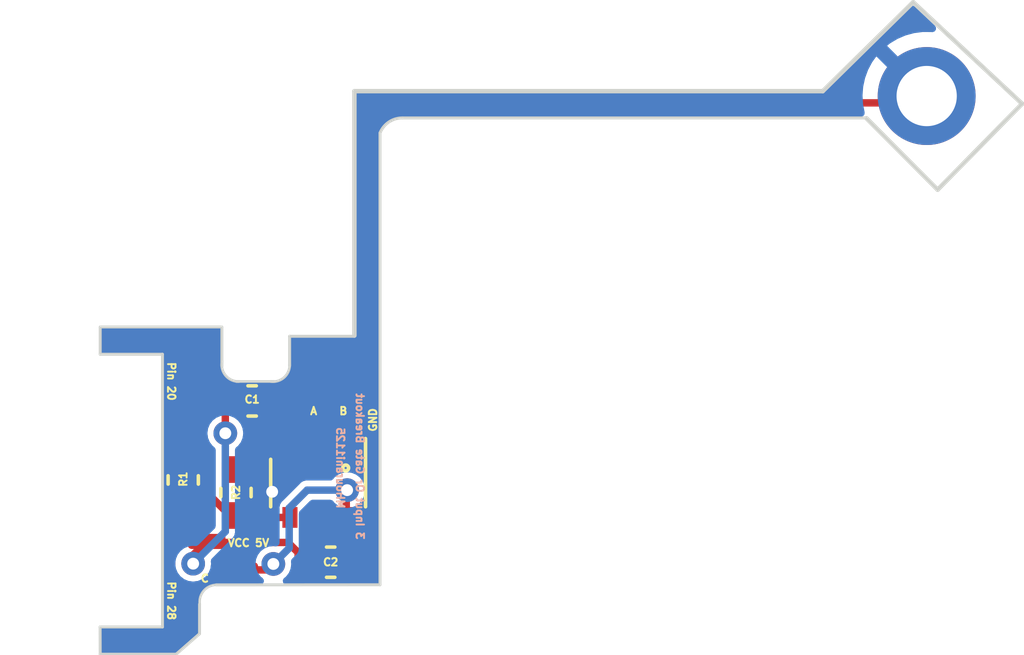
<source format=kicad_pcb>
(kicad_pcb (version 20211014) (generator pcbnew)
  (layers (0 "F.Cu" signal) (31 "B.Cu" signal) (34 "B.Paste" user) (35 "F.Paste" user) (36 "B.SilkS" user "B.Silkscreen") (37 "F.SilkS" user "F.Silkscreen") (38 "B.Mask" user) (39 "F.Mask" user) (44 "Edge.Cuts" user))
  (net 0 "")
  (net 1 "GND")
  (net 2 "CE")
  (net 3 "A")
  (net 4 "B")
  (net 5 "VCC5V")
  (net 6 "C")
  (footprint "" (layer "F.Cu") (at 143.5 91.865 180)
    (fp_text reference "" (at 0 0) (layer "F.SilkS") (effects (font (size 1.27 1.27))))
    (fp_text value "" (at 0 0) (layer "F.SilkS") (effects (font (size 1.27 1.27))))
    (pad "1" smd roundrect (at 0 0 180) (size 2.286 0.508) (layers "F.Cu" "F.Paste" "F.Mask") (net 5 "VCC5V"))
  )
  (footprint "" (layer "F.Cu") (at 151.1 93.015 90)
    (fp_text reference "" (at 0 0 90) (layer "F.SilkS") (effects (font (size 1.27 1.27))))
    (fp_text value "" (at 0 0 90) (layer "F.SilkS") (effects (font (size 1.27 1.27))))
    (pad "9" smd roundrect (at 0 0 270) (size 1.778 0.508) (layers "F.Cu" "F.Paste" "F.Mask") (net 1 "GND"))
  )
  (footprint "Capacitor_SMD:C_0603_1608Metric" (layer "F.Cu") (at 149.975 99.315)
    (fp_text reference "C2" (at 0 0) (layer "F.SilkS") (effects (font (size 0.254 0.254) (thickness 0.0635))))
    (fp_text value "0.1uf")
    (fp_line (start -0.14058 -0.51) (end 0.14058 -0.51) (layer "F.SilkS") (width 0.12))
    (fp_line (start -0.14058 0.51) (end 0.14058 0.51) (layer "F.SilkS") (width 0.12))
    (pad "7" smd roundrect (at 0.775 0) (size 0.9 0.95) (layers "F.Cu" "F.Paste" "F.Mask") (net 1 "GND"))
    (pad "8" smd roundrect (at -0.775 0) (size 0.9 0.95) (layers "F.Cu" "F.Paste" "F.Mask") (net 5 "VCC5V"))
  )
  (footprint "Capacitor_SMD:C_0603_1608Metric" (layer "F.Cu") (at 145 96.54 90)
    (fp_text reference "R1" (at 0.025 0 90) (layer "F.SilkS") (effects (font (size 0.254 0.254) (thickness 0.0635))))
    (fp_text value " ")
    (fp_line (start -0.14058 0.51) (end 0.14058 0.51) (layer "F.SilkS") (width 0.12))
    (fp_line (start -0.14058 -0.51) (end 0.14058 -0.51) (layer "F.SilkS") (width 0.12))
    (pad "2" smd roundrect (at 0.775 0 90) (size 0.9 0.95) (layers "F.Cu" "F.Paste" "F.Mask") (net 5 "VCC5V"))
    (pad "3" smd roundrect (at -0.775 0 90) (size 0.9 0.95) (layers "F.Cu" "F.Paste" "F.Mask") (net 2 "CE"))
  )
  (footprint "Capacitor_SMD:C_0603_1608Metric" (layer "F.Cu") (at 147.325 93.875)
    (fp_text reference "C1" (at 0 -0.05) (layer "F.SilkS") (effects (font (size 0.254 0.254) (thickness 0.0635))))
    (fp_text value "0.01uf (maybe 100uf)")
    (fp_line (start -0.14058 -0.51) (end 0.14058 -0.51) (layer "F.SilkS") (width 0.12))
    (fp_line (start -0.14058 0.51) (end 0.14058 0.51) (layer "F.SilkS") (width 0.12))
    (pad "5" smd roundrect (at -0.775 0) (size 0.9 0.95) (layers "F.Cu" "F.Paste" "F.Mask") (net 5 "VCC5V"))
    (pad "6" smd roundrect (at 0.775 0) (size 0.9 0.95) (layers "F.Cu" "F.Paste" "F.Mask") (net 1 "GND"))
  )
  (footprint "" (layer "F.Cu") (at 146.89 99.575)
    (fp_text reference "" (at 0 0) (layer "F.SilkS") (effects (font (size 1.27 1.27))))
    (fp_text value "" (at 0 0) (layer "F.SilkS") (effects (font (size 1.27 1.27))))
    (pad "B" smd roundrect (at 0 0 180) (size 1.27 0.508) (layers "F.Cu" "F.Paste" "F.Mask") (net 6 "C"))
  )
  (footprint "Package_SO:TSOP-6_1.65x3.05mm_P0.95mm" (layer "F.Cu") (at 149.55 96.645 -90)
    (fp_text reference "U5" hide)
    (fp_text value "74LVC1G332GW,125")
    (fp_line (start -0.8 1.6) (end 0.8 1.6) (layer "F.SilkS") (width 0.12))
    (fp_line (start 0.8 -1.6) (end -1.5 -1.6) (layer "F.SilkS") (width 0.12))
    (fp_circle (center -0.508488 -0.93) (end -0.418488 -0.89) (layer "F.SilkS") (width 0.12) (fill none))
    (pad "1" smd rect (at -1.16 -0.95 270) (size 0.7 0.51) (layers "F.Cu" "F.Paste" "F.Mask") (net 4 "B"))
    (pad "2" smd rect (at -1.16 0 270) (size 0.7 0.51) (layers "F.Cu" "F.Paste" "F.Mask") (net 1 "GND"))
    (pad "3" smd rect (at -1.16 0.95 270) (size 0.7 0.51) (layers "F.Cu" "F.Paste" "F.Mask") (net 3 "A"))
    (pad "4" smd rect (at 1.16 0.95 270) (size 0.7 0.51) (layers "F.Cu" "F.Paste" "F.Mask") (net 2 "CE"))
    (pad "5" smd rect (at 1.175 0 270) (size 0.7 0.51) (layers "F.Cu" "F.Paste" "F.Mask") (net 5 "VCC5V"))
    (pad "6" smd rect (at 1.16 -0.95 270) (size 0.7 0.51) (layers "F.Cu" "F.Paste" "F.Mask") (net 6 "C"))
  )
  (footprint "Capacitor_SMD:C_0603_1608Metric" (layer "F.Cu") (at 146.78 96.965 -90)
    (fp_text reference "R2" (at 0 0 -90) (layer "F.SilkS") (effects (font (size 0.254 0.254) (thickness 0.0635))))
    (fp_text value "0.01uf")
    (fp_line (start -0.14058 -0.51) (end 0.14058 -0.51) (layer "F.SilkS") (width 0.12))
    (fp_line (start -0.14058 0.51) (end 0.14058 0.51) (layer "F.SilkS") (width 0.12))
    (pad "5" smd roundrect (at -0.775 0 270) (size 0.9 0.95) (layers "F.Cu" "F.Paste" "F.Mask") (net 1 "GND"))
    (pad "6" smd roundrect (at 0.775 0 270) (size 0.9 0.95) (layers "F.Cu" "F.Paste" "F.Mask") (net 2 "CE"))
  )
  (footprint "" (layer "F.Cu") (at 150.1 93.015 90)
    (fp_text reference "" (at 0 0 90) (layer "F.SilkS") (effects (font (size 1.27 1.27))))
    (fp_text value "" (at 0 0 90) (layer "F.SilkS") (effects (font (size 1.27 1.27))))
    (pad "10" smd roundrect (at 0 0 270) (size 1.778 0.508) (layers "F.Cu" "F.Paste" "F.Mask") (net 4 "B"))
  )
  (footprint "" (layer "F.Cu") (at 170.08 83.59)
    (fp_text reference "" (at 0 0) (layer "F.SilkS") (effects (font (size 1.27 1.27))))
    (fp_text value "" (at 0 0) (layer "F.SilkS") (effects (font (size 1.27 1.27))))
    (pad "9" thru_hole circle (at 0 0 270) (size 3.302 3.302) (drill 2.032) (layers *.Cu *.Mask) (net 1 "GND"))
  )
  (footprint "" (layer "F.Cu") (at 143.5 102.015)
    (fp_text reference "" (at 0 0) (layer "F.SilkS") (effects (font (size 1.27 1.27))))
    (fp_text value "" (at 0 0) (layer "F.SilkS") (effects (font (size 1.27 1.27))))
    (pad "4" smd roundrect (at 0 0) (size 2.286 0.508) (layers "F.Cu" "F.Paste" "F.Mask") (net 2 "CE"))
  )
  (footprint "" (layer "F.Cu") (at 149.1 93.015 -90)
    (fp_text reference "" (at 0 0 90) (layer "F.SilkS") (effects (font (size 1.27 1.27))))
    (fp_text value "" (at 0 0 90) (layer "F.SilkS") (effects (font (size 1.27 1.27))))
    (pad "11" smd roundrect (at 0 0 90) (size 1.778 0.508) (layers "F.Cu" "F.Paste" "F.Mask") (net 3 "A"))
  )
  (footprint "" (layer "F.Cu") (at 145.79 98.615 -90)
    (fp_text reference "" (at 0 0 90) (layer "F.SilkS") (effects (font (size 1.27 1.27))))
    (fp_text value "" (at 0 0 90) (layer "F.SilkS") (effects (font (size 1.27 1.27))))
    (pad "B" smd roundrect (at 0 0 180) (size 1.27 0.508) (layers "F.Cu" "F.Paste" "F.Mask") (net 5 "VCC5V"))
  )
  (gr_line (start 144.76 102.42) (end 142.2 102.42) (layer "Edge.Cuts") (width 0.1))
  (gr_line (start 144.76 102.42) (end 145.55 101.73) (layer "Edge.Cuts") (width 0.1))
  (gr_line (start 148.59 92.69) (end 148.59 91.694) (layer "Edge.Cuts") (width 0.1))
  (gr_line (start 168.03 84.328) (end 152.4 84.328) (layer "Edge.Cuts") (width 0.1))
  (gr_arc (start 145.56 100.74) (mid 145.684497 100.28762) (end 146.11 100.08) (layer "Edge.Cuts") (width 0.08382))
  (gr_line (start 151.638 84.836) (end 151.638 100.076) (layer "Edge.Cuts") (width 0.1))
  (gr_line (start 169.625 80.425) (end 173.3 83.85) (layer "Edge.Cuts") (width 0.15))
  (gr_line (start 173.3 83.85) (end 170.45 86.75) (layer "Edge.Cuts") (width 0.15))
  (gr_line (start 146.79 93.218) (end 148.06 93.218) (layer "Edge.Cuts") (width 0.0889))
  (gr_line (start 146.304 91.39) (end 146.304 92.7) (layer "Edge.Cuts") (width 0.1))
  (gr_line (start 166.575 83.425) (end 169.625 80.425) (layer "Edge.Cuts") (width 0.15))
  (gr_line (start 151.638 100.076) (end 146.11 100.08) (layer "Edge.Cuts") (width 0.1))
  (gr_line (start 142.2 91.38) (end 146.3 91.38) (layer "Edge.Cuts") (width 0.1))
  (gr_line (start 145.55 100.73) (end 145.55 101.73) (layer "Edge.Cuts") (width 0.1))
  (gr_line (start 150.775 83.425) (end 166.575 83.425) (layer "Edge.Cuts") (width 0.15))
  (gr_line (start 144.3 101.5) (end 144.3 92.3) (layer "Edge.Cuts") (width 0.1))
  (gr_line (start 144.3 92.3) (end 142.2 92.3) (layer "Edge.Cuts") (width 0.1))
  (gr_line (start 142.197 101.5) (end 144.3 101.5) (layer "Edge.Cuts") (width 0.1))
  (gr_line (start 148.59 91.694) (end 150.775 91.694) (layer "Edge.Cuts") (width 0.1))
  (gr_line (start 170.45 86.75) (end 168.05 84.34) (layer "Edge.Cuts") (width 0.15))
  (gr_line (start 142.2 102.42) (end 142.197 101.5) (layer "Edge.Cuts") (width 0.1))
  (gr_line (start 142.2 92.3) (end 142.2 91.4) (layer "Edge.Cuts") (width 0.1))
  (gr_arc (start 148.592006 92.65) (mid 148.406336 93.079511) (end 147.96 93.22) (layer "Edge.Cuts") (width 0.0889))
  (gr_line (start 150.775 91.67) (end 150.775 83.425) (layer "Edge.Cuts") (width 0.15))
  (gr_arc (start 146.88 93.22) (mid 146.430454 93.017928) (end 146.31 92.54) (layer "Edge.Cuts") (width 0.0889))
  (gr_arc (start 151.638 84.836) (mid 151.940524 84.464286) (end 152.4 84.328) (layer "Edge.Cuts") (width 0.1))
  (gr_text "MHourani1125" (at 150.3 96.135 270) (layer "B.SilkS") (effects (font (size 0.254 0.254) (thickness 0.0635)) (justify mirror)))
  (gr_text "3 Input Or Gate Breakout\n" (at 150.96 96.085 -90) (layer "B.SilkS") (effects (font (size 0.254 0.254) (thickness 0.0635)) (justify mirror)))
  (gr_text "Pin 28\n" (at 144.6 100.615 -90) (layer "F.SilkS") (effects (font (size 0.254 0.254) (thickness 0.0635))))
  (gr_text "Pin 20" (at 144.6 93.215 -90) (layer "F.SilkS") (effects (font (size 0.254 0.254) (thickness 0.0635))))
  (gr_text "B" (at 150.4 94.215) (layer "F.SilkS") (effects (font (size 0.254 0.254) (thickness 0.0635))))
  (gr_text "VCC 5V" (at 147.2 98.665) (layer "F.SilkS") (effects (font (size 0.254 0.254) (thickness 0.0635))))
  (gr_text "C" (at 145.73 99.865) (layer "F.SilkS") (effects (font (size 0.254 0.254) (thickness 0.0635))))
  (gr_text "A" (at 149.4 94.215) (layer "F.SilkS") (effects (font (size 0.254 0.254) (thickness 0.0635))))
  (gr_text "GND" (at 151.4 94.515 90) (layer "F.SilkS") (effects (font (size 0.254 0.254) (thickness 0.0635))))
  (segment (start 148.019502 96.94) (end 148.799502 96.16) (width 0.25) (layer "F.Cu") (net 1))
  (segment (start 151.8 83.82) (end 169.85 83.82) (width 0.25) (layer "F.Cu") (net 1))
  (segment (start 146.6 96.215) (end 147.28 95.535) (width 0.25) (layer "F.Cu") (net 1))
  (segment (start 169.85 83.82) (end 170.08 83.59) (width 0.25) (layer "F.Cu") (net 1))
  (segment (start 151.2 92.9) (end 151.2 84.42) (width 0.25) (layer "F.Cu") (net 1))
  (segment (start 148 96.94) (end 148.019502 96.94) (width 0.25) (layer "F.Cu") (net 1))
  (segment (start 147.56 95.575) (end 147.56 94.48) (width 0.25) (layer "F.Cu") (net 1))
  (segment (start 147.56 96.32) (end 147.56 95.575) (width 0.25) (layer "F.Cu") (net 1))
  (segment (start 151.26 98.805) (end 150.75 99.315) (width 0.25) (layer "F.Cu") (net 1))
  (segment (start 151.1 96.14) (end 151.26 96.3) (width 0.25) (layer "F.Cu") (net 1))
  (segment (start 151.2 84.42) (end 151.8 83.82) (width 0.25) (layer "F.Cu") (net 1))
  (segment (start 148 96.94) (end 148.775 96.165) (width 0.25) (layer "F.Cu") (net 1))
  (segment (start 151.1 96.14) (end 151.1 93.015) (width 0.25) (layer "F.Cu") (net 1))
  (segment (start 147.28 95.535) (end 147.58 95.535) (width 0.25) (layer "F.Cu") (net 1))
  (segment (start 149.175 96.165) (end 149.55 95.79) (width 0.25) (layer "F.Cu") (net 1))
  (segment (start 148.775 96.165) (end 149.175 96.165) (width 0.25) (layer "F.Cu") (net 1))
  (segment (start 148 96.94) (end 148 96.76) (width 0.25) (layer "F.Cu") (net 1))
  (segment (start 151.08 96.16) (end 151.1 96.14) (width 0.25) (layer "F.Cu") (net 1))
  (segment (start 148.799502 96.16) (end 151.08 96.16) (width 0.25) (layer "F.Cu") (net 1))
  (segment (start 148 96.76) (end 147.56 96.32) (width 0.25) (layer "F.Cu") (net 1))
  (segment (start 147.56 94.48) (end 147.775 94.265) (width 0.25) (layer "F.Cu") (net 1))
  (segment (start 151.26 96.3) (end 151.26 98.805) (width 0.25) (layer "F.Cu") (net 1))
  (segment (start 149.55 95.79) (end 149.55 95.485) (width 0.25) (layer "F.Cu") (net 1))
  (via (at 148 96.94) (size 0.8) (drill 0.4) (layers "F.Cu" "B.Cu") (net 1))
  (segment (start 143.5 102.015) (end 144.5 102.015) (width 0.25) (layer "F.Cu") (net 2))
  (segment (start 144.6105 100.1155) (end 144.6105 97.7045) (width 0.25) (layer "F.Cu") (net 2))
  (segment (start 145 101.515) (end 145 100.505) (width 0.25) (layer "F.Cu") (net 2))
  (segment (start 145.31 97.005) (end 145.84 97.005) (width 0.25) (layer "F.Cu") (net 2))
  (segment (start 144.6105 97.7045) (end 145 97.315) (width 0.25) (layer "F.Cu") (net 2))
  (segment (start 145.84 97.005) (end 146.64 97.805) (width 0.25) (layer "F.Cu") (net 2))
  (segment (start 145 100.505) (end 144.6105 100.1155) (width 0.25) (layer "F.Cu") (net 2))
  (segment (start 144.5 102.015) (end 145 101.515) (width 0.25) (layer "F.Cu") (net 2))
  (segment (start 145 97.315) (end 145.31 97.005) (width 0.25) (layer "F.Cu") (net 2))
  (segment (start 146.64 97.805) (end 148.6 97.805) (width 0.25) (layer "F.Cu") (net 2))
  (segment (start 148.6 95.31) (end 149.1 94.81) (width 0.25) (layer "F.Cu") (net 3))
  (segment (start 148.6 95.485) (end 148.6 95.31) (width 0.25) (layer "F.Cu") (net 3))
  (segment (start 149.1 94.81) (end 149.1 93.015) (width 0.25) (layer "F.Cu") (net 3))
  (segment (start 150.5 95.215) (end 150.5 95.485) (width 0.25) (layer "F.Cu") (net 4))
  (segment (start 150.1 94.815) (end 150.5 95.215) (width 0.25) (layer "F.Cu") (net 4))
  (segment (start 150.1 93.015) (end 150.1 94.815) (width 0.25) (layer "F.Cu") (net 4))
  (segment (start 143.5 91.865) (end 144.99 91.865) (width 0.25) (layer "F.Cu") (net 5))
  (segment (start 145.825 98.65) (end 148.535 98.65) (width 0.25) (layer "F.Cu") (net 5))
  (segment (start 149.2 99.315) (end 149.56 98.955) (width 0.25) (layer "F.Cu") (net 5))
  (segment (start 145.51 93.875) (end 146.55 93.875) (width 0.25) (layer "F.Cu") (net 5))
  (segment (start 148.535 98.65) (end 149.2 99.315) (width 0.25) (layer "F.Cu") (net 5))
  (segment (start 145.13 92.005) (end 145.13 93.495) (width 0.25) (layer "F.Cu") (net 5))
  (segment (start 145.13 93.495) (end 145.13 95.635) (width 0.25) (layer "F.Cu") (net 5))
  (segment (start 145.335 99.07) (end 145.79 98.615) (width 0.25) (layer "F.Cu") (net 5))
  (segment (start 145.79 98.615) (end 145.825 98.65) (width 0.25) (layer "F.Cu") (net 5))
  (segment (start 149.56 98.955) (end 149.56 97.83) (width 0.25) (layer "F.Cu") (net 5))
  (segment (start 146.42 94.965) (end 146.42 94.005) (width 0.25) (layer "F.Cu") (net 5))
  (segment (start 146.42 94.005) (end 146.55 93.875) (width 0.25) (layer "F.Cu") (net 5))
  (segment (start 145.335 99.365) (end 145.335 99.07) (width 0.25) (layer "F.Cu") (net 5))
  (segment (start 144.99 91.865) (end 145.13 92.005) (width 0.25) (layer "F.Cu") (net 5))
  (segment (start 145.13 93.495) (end 145.51 93.875) (width 0.25) (layer "F.Cu") (net 5))
  (segment (start 145.13 95.635) (end 145 95.765) (width 0.25) (layer "F.Cu") (net 5))
  (segment (start 149.56 97.83) (end 149.55 97.82) (width 0.25) (layer "F.Cu") (net 5))
  (via (at 145.335 99.365) (size 0.8) (drill 0.4) (layers "F.Cu" "B.Cu") (net 5))
  (via (at 146.42 94.965) (size 0.8) (drill 0.4) (layers "F.Cu" "B.Cu") (net 5))
  (segment (start 146.42 98.28) (end 146.42 94.965) (width 0.25) (layer "B.Cu") (net 5))
  (segment (start 145.335 99.365) (end 146.42 98.28) (width 0.25) (layer "B.Cu") (net 5))
  (segment (start 147.8395 99.575) (end 146.89 99.575) (width 0.25) (layer "F.Cu") (net 6))
  (segment (start 148.04 99.3745) (end 147.8395 99.575) (width 0.25) (layer "F.Cu") (net 6))
  (segment (start 150.5 96.913562) (end 150.529062 96.8845) (width 0.25) (layer "F.Cu") (net 6))
  (segment (start 150.5 97.805) (end 150.5 96.913562) (width 0.25) (layer "F.Cu") (net 6))
  (via (at 148.04 99.3745) (size 0.8) (drill 0.4) (layers "F.Cu" "B.Cu") (net 6))
  (via (at 150.529062 96.8845) (size 0.8) (drill 0.4) (layers "F.Cu" "B.Cu") (net 6))
  (segment (start 150.529062 96.8845) (end 149.1805 96.8845) (width 0.25) (layer "B.Cu") (net 6))
  (segment (start 148.575 98.8395) (end 148.04 99.3745) (width 0.25) (layer "B.Cu") (net 6))
  (segment (start 149.1805 96.8845) (end 148.575 97.49) (width 0.25) (layer "B.Cu") (net 6))
  (segment (start 148.575 97.49) (end 148.575 98.8395) (width 0.25) (layer "B.Cu") (net 6))
  (zone (net 1) (net_name "GND") (layer "B.Cu") (connect_pads (clearance 0)) (min_thickness 0.254) (fill yes (thermal_gap 0.508) (thermal_bridge_width 0.508))
    (polygon (pts (xy 146.28 91.395) (xy 146.3 92.445) (xy 146.29 92.755) (xy 146.38 92.975) (xy 146.54 93.115) (xy 146.74 93.195) (xy 148 93.225) (xy 148.15 93.215) (xy 148.37 93.115) (xy 148.57 92.835) (xy 148.58 92.665) (xy 148.6 91.685) (xy 151.61 91.705) (xy 151.64 100.075) (xy 146.1 100.075) (xy 145.79 100.195) (xy 145.62 100.385) (xy 145.54 100.575) (xy 145.54 101.705) (xy 144.75 102.445) (xy 142.22 102.445) (xy 142.2 101.495) (xy 144.3 101.495) (xy 144.31 92.335) (xy 142.21 92.315) (xy 142.19 91.395) (xy 142.2 91.365)))
  )
  (zone (net 1) (net_name "GND") (layer "B.Cu") (connect_pads (clearance 0)) (min_thickness 0.254) (fill yes (thermal_gap 0.508) (thermal_bridge_width 0.508))
    (polygon (pts (xy 173.12 83.83) (xy 170.43 86.73) (xy 168.12 84.29) (xy 152.4 84.29) (xy 152.1 84.36) (xy 151.89 84.49) (xy 151.74 84.65) (xy 151.65 84.81) (xy 151.66 100.04) (xy 146.31 100.07) (xy 146 100.08) (xy 145.7 100.24) (xy 145.58 100.5) (xy 145.53 101.69) (xy 144.76 102.4) (xy 142.22 102.4) (xy 142.22 101.49) (xy 144.3 101.48) (xy 144.27 92.3) (xy 142.22 92.27) (xy 142.24 91.36) (xy 146.31 91.41) (xy 146.33 92.89) (xy 146.71 93.18) (xy 147.81 93.23) (xy 148.21 93.15) (xy 148.44 92.99) (xy 148.61 92.66) (xy 148.58 91.7) (xy 150.74 91.7) (xy 150.76 83.4) (xy 166.54 83.46) (xy 169.59 80.49)))
  )
)
</source>
